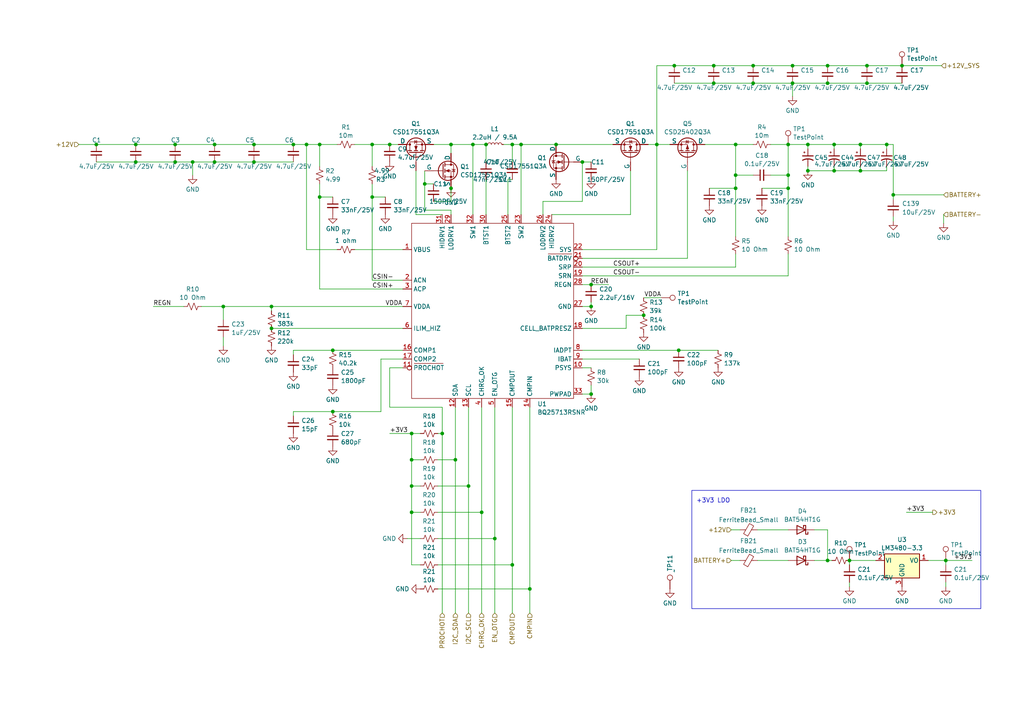
<source format=kicad_sch>
(kicad_sch (version 20230121) (generator eeschema)
  (paper "A4")
  (junction (at 171.45 114.3))
  (junction (at 88.9 41.91))
  (junction (at 92.71 57.15))
  (junction (at 207.01 24.13))
  (junction (at 62.23 41.91))
  (junction (at 96.52 101.6))
  (junction (at 213.36 50.8))
  (junction (at 195.58 19.05))
  (junction (at 213.36 41.91))
  (junction (at 196.85 101.6))
  (junction (at 241.935 41.91))
  (junction (at 218.44 24.13))
  (junction (at 229.87 24.13))
  (junction (at 259.08 56.515))
  (junction (at 128.27 125.73))
  (junction (at 234.315 41.91))
  (junction (at 78.74 88.9))
  (junction (at 153.67 170.815))
  (junction (at 228.6 54.61))
  (junction (at 132.08 133.35))
  (junction (at 186.69 91.44))
  (junction (at 148.59 41.91))
  (junction (at 50.8 41.91))
  (junction (at 119.38 133.35))
  (junction (at 73.66 41.91))
  (junction (at 257.175 41.91))
  (junction (at 119.38 140.97))
  (junction (at 137.16 41.91))
  (junction (at 274.32 162.56))
  (junction (at 64.77 88.9))
  (junction (at 130.81 54.61))
  (junction (at 171.45 88.9))
  (junction (at 39.37 46.99))
  (junction (at 246.38 162.56))
  (junction (at 148.59 163.83))
  (junction (at 39.37 41.91))
  (junction (at 55.88 46.99))
  (junction (at 123.19 53.34))
  (junction (at 143.51 156.21))
  (junction (at 151.13 41.91))
  (junction (at 251.46 19.05))
  (junction (at 119.38 125.73))
  (junction (at 113.03 41.91))
  (junction (at 249.555 49.53))
  (junction (at 50.8 46.99))
  (junction (at 240.03 162.56))
  (junction (at 240.03 24.13))
  (junction (at 190.5 41.91))
  (junction (at 107.95 57.15))
  (junction (at 130.81 41.91))
  (junction (at 168.91 46.99))
  (junction (at 139.7 148.59))
  (junction (at 261.62 19.05))
  (junction (at 241.935 49.53))
  (junction (at 249.555 41.91))
  (junction (at 92.71 41.91))
  (junction (at 140.97 41.91))
  (junction (at 229.87 19.05))
  (junction (at 228.6 41.91))
  (junction (at 234.315 49.53))
  (junction (at 251.46 24.13))
  (junction (at 171.45 82.55))
  (junction (at 119.38 148.59))
  (junction (at 107.95 41.91))
  (junction (at 218.44 19.05))
  (junction (at 161.29 41.91))
  (junction (at 240.03 19.05))
  (junction (at 228.6 50.8))
  (junction (at 78.74 95.25))
  (junction (at 62.23 46.99))
  (junction (at 135.89 140.97))
  (junction (at 96.52 119.38))
  (junction (at 27.94 41.91))
  (junction (at 213.36 54.61))
  (junction (at 207.01 19.05))
  (junction (at 85.09 41.91))
  (junction (at 73.66 46.99))
  (wire (pts (xy 107.95 53.34) (xy 107.95 57.15)))
  (wire (pts (xy 92.71 57.15) (xy 92.71 83.82)))
  (wire (pts (xy 249.555 49.53) (xy 257.175 49.53)))
  (wire (pts (xy 168.91 46.99) (xy 171.45 46.99)))
  (wire (pts (xy 190.5 41.91) (xy 190.5 72.39)))
  (wire (pts (xy 143.51 118.11) (xy 143.51 156.21)))
  (wire (pts (xy 190.5 72.39) (xy 168.91 72.39)))
  (wire (pts (xy 64.77 88.9) (xy 78.74 88.9)))
  (wire (pts (xy 127 163.83) (xy 148.59 163.83)))
  (wire (pts (xy 39.37 46.99) (xy 50.8 46.99)))
  (wire (pts (xy 127 133.35) (xy 132.08 133.35)))
  (wire (pts (xy 240.03 24.13) (xy 251.46 24.13)))
  (wire (pts (xy 228.6 73.66) (xy 228.6 80.01)))
  (wire (pts (xy 207.01 19.05) (xy 218.44 19.05)))
  (wire (pts (xy 107.95 57.15) (xy 107.95 81.28)))
  (wire (pts (xy 213.36 41.91) (xy 213.36 50.8)))
  (wire (pts (xy 220.98 54.61) (xy 228.6 54.61)))
  (wire (pts (xy 229.87 24.13) (xy 240.03 24.13)))
  (wire (pts (xy 132.08 118.11) (xy 132.08 133.35)))
  (wire (pts (xy 262.89 148.59) (xy 270.51 148.59)))
  (wire (pts (xy 62.23 41.91) (xy 73.66 41.91)))
  (wire (pts (xy 111.76 57.15) (xy 107.95 57.15)))
  (wire (pts (xy 92.71 53.34) (xy 92.71 57.15)))
  (wire (pts (xy 190.5 19.05) (xy 195.58 19.05)))
  (wire (pts (xy 234.315 43.18) (xy 234.315 41.91)))
  (wire (pts (xy 236.22 153.67) (xy 240.03 153.67)))
  (wire (pts (xy 171.45 82.55) (xy 176.53 82.55)))
  (wire (pts (xy 119.38 148.59) (xy 119.38 163.83)))
  (wire (pts (xy 241.935 41.91) (xy 241.935 43.18)))
  (wire (pts (xy 125.73 58.42) (xy 130.81 58.42)))
  (wire (pts (xy 130.81 41.91) (xy 130.81 44.45)))
  (wire (pts (xy 257.175 49.53) (xy 257.175 48.26)))
  (wire (pts (xy 168.91 95.25) (xy 181.61 95.25)))
  (wire (pts (xy 113.03 106.68) (xy 116.84 106.68)))
  (wire (pts (xy 168.91 82.55) (xy 171.45 82.55)))
  (wire (pts (xy 119.38 140.97) (xy 121.92 140.97)))
  (wire (pts (xy 246.38 168.91) (xy 246.38 170.18)))
  (wire (pts (xy 85.09 119.38) (xy 96.52 119.38)))
  (wire (pts (xy 148.59 41.91) (xy 151.13 41.91)))
  (wire (pts (xy 123.19 53.34) (xy 125.73 53.34)))
  (wire (pts (xy 207.01 24.13) (xy 218.44 24.13)))
  (wire (pts (xy 123.19 60.96) (xy 130.81 60.96)))
  (wire (pts (xy 128.27 118.11) (xy 128.27 125.73)))
  (wire (pts (xy 55.88 46.99) (xy 62.23 46.99)))
  (wire (pts (xy 143.51 156.21) (xy 143.51 177.8)))
  (wire (pts (xy 249.555 41.91) (xy 249.555 43.18)))
  (wire (pts (xy 88.9 41.91) (xy 88.9 72.39)))
  (wire (pts (xy 249.555 41.91) (xy 257.175 41.91)))
  (wire (pts (xy 213.36 54.61) (xy 213.36 68.58)))
  (wire (pts (xy 168.91 101.6) (xy 196.85 101.6)))
  (wire (pts (xy 130.81 41.91) (xy 137.16 41.91)))
  (wire (pts (xy 119.38 148.59) (xy 121.92 148.59)))
  (wire (pts (xy 223.52 50.8) (xy 228.6 50.8)))
  (wire (pts (xy 127 156.21) (xy 143.51 156.21)))
  (wire (pts (xy 73.66 46.99) (xy 85.09 46.99)))
  (wire (pts (xy 140.97 41.91) (xy 140.97 46.99)))
  (wire (pts (xy 259.08 56.515) (xy 259.08 41.91)))
  (wire (pts (xy 241.935 49.53) (xy 234.315 49.53)))
  (wire (pts (xy 118.11 156.21) (xy 121.92 156.21)))
  (wire (pts (xy 119.38 125.73) (xy 119.38 133.35)))
  (wire (pts (xy 121.92 125.73) (xy 119.38 125.73)))
  (wire (pts (xy 234.315 49.53) (xy 234.315 48.26)))
  (wire (pts (xy 259.08 57.785) (xy 259.08 56.515)))
  (wire (pts (xy 213.36 50.8) (xy 218.44 50.8)))
  (wire (pts (xy 228.6 68.58) (xy 228.6 54.61)))
  (wire (pts (xy 181.61 95.25) (xy 181.61 91.44)))
  (wire (pts (xy 85.09 41.91) (xy 88.9 41.91)))
  (wire (pts (xy 107.95 81.28) (xy 116.84 81.28)))
  (wire (pts (xy 123.19 53.34) (xy 123.19 60.96)))
  (wire (pts (xy 137.16 41.91) (xy 140.97 41.91)))
  (wire (pts (xy 168.91 104.14) (xy 185.42 104.14)))
  (wire (pts (xy 241.935 48.26) (xy 241.935 49.53)))
  (wire (pts (xy 147.32 62.23) (xy 147.32 52.07)))
  (wire (pts (xy 85.09 101.6) (xy 85.09 102.87)))
  (wire (pts (xy 146.05 41.91) (xy 148.59 41.91)))
  (wire (pts (xy 228.6 50.8) (xy 228.6 41.91)))
  (wire (pts (xy 160.02 62.23) (xy 182.88 62.23)))
  (wire (pts (xy 50.8 41.91) (xy 62.23 41.91)))
  (wire (pts (xy 196.85 101.6) (xy 208.28 101.6)))
  (wire (pts (xy 151.13 41.91) (xy 161.29 41.91)))
  (wire (pts (xy 78.74 90.17) (xy 78.74 88.9)))
  (wire (pts (xy 78.74 88.9) (xy 116.84 88.9)))
  (wire (pts (xy 116.84 104.14) (xy 110.49 104.14)))
  (wire (pts (xy 62.23 46.99) (xy 73.66 46.99)))
  (wire (pts (xy 22.86 41.91) (xy 27.94 41.91)))
  (wire (pts (xy 234.315 41.91) (xy 241.935 41.91)))
  (wire (pts (xy 168.91 114.3) (xy 171.45 114.3)))
  (wire (pts (xy 113.03 125.73) (xy 119.38 125.73)))
  (wire (pts (xy 107.95 41.91) (xy 113.03 41.91)))
  (wire (pts (xy 151.13 41.91) (xy 151.13 62.23)))
  (wire (pts (xy 121.92 163.83) (xy 119.38 163.83)))
  (wire (pts (xy 130.81 60.96) (xy 130.81 62.23)))
  (wire (pts (xy 187.96 41.91) (xy 190.5 41.91)))
  (wire (pts (xy 64.77 100.33) (xy 64.77 97.79)))
  (wire (pts (xy 148.59 41.91) (xy 148.59 46.99)))
  (wire (pts (xy 128.27 125.73) (xy 128.27 177.8)))
  (wire (pts (xy 171.45 88.9) (xy 171.45 87.63)))
  (wire (pts (xy 168.91 58.42) (xy 168.91 46.99)))
  (wire (pts (xy 64.77 92.71) (xy 64.77 88.9)))
  (wire (pts (xy 229.87 19.05) (xy 240.03 19.05)))
  (wire (pts (xy 213.36 50.8) (xy 213.36 54.61)))
  (wire (pts (xy 168.91 80.01) (xy 228.6 80.01)))
  (wire (pts (xy 168.91 74.93) (xy 199.39 74.93)))
  (wire (pts (xy 236.22 162.56) (xy 240.03 162.56)))
  (wire (pts (xy 259.08 41.91) (xy 257.175 41.91)))
  (wire (pts (xy 27.94 41.91) (xy 39.37 41.91)))
  (wire (pts (xy 190.5 41.91) (xy 194.31 41.91)))
  (wire (pts (xy 140.97 52.07) (xy 140.97 62.23)))
  (wire (pts (xy 218.44 19.05) (xy 229.87 19.05)))
  (wire (pts (xy 195.58 19.05) (xy 207.01 19.05)))
  (wire (pts (xy 107.95 41.91) (xy 102.87 41.91)))
  (wire (pts (xy 113.03 41.91) (xy 115.57 41.91)))
  (wire (pts (xy 113.03 118.11) (xy 128.27 118.11)))
  (wire (pts (xy 92.71 41.91) (xy 92.71 48.26)))
  (wire (pts (xy 139.7 118.11) (xy 139.7 148.59)))
  (wire (pts (xy 228.6 41.91) (xy 234.315 41.91)))
  (wire (pts (xy 110.49 119.38) (xy 96.52 119.38)))
  (wire (pts (xy 213.36 77.47) (xy 168.91 77.47)))
  (wire (pts (xy 85.09 101.6) (xy 96.52 101.6)))
  (wire (pts (xy 132.08 133.35) (xy 132.08 177.8)))
  (wire (pts (xy 137.16 41.91) (xy 137.16 62.23)))
  (wire (pts (xy 127 148.59) (xy 139.7 148.59)))
  (wire (pts (xy 274.32 162.56) (xy 281.94 162.56)))
  (wire (pts (xy 246.38 162.56) (xy 254 162.56)))
  (wire (pts (xy 50.8 46.99) (xy 55.88 46.99)))
  (wire (pts (xy 119.38 148.59) (xy 119.38 140.97)))
  (wire (pts (xy 251.46 19.05) (xy 261.62 19.05)))
  (wire (pts (xy 218.44 24.13) (xy 229.87 24.13)))
  (wire (pts (xy 229.87 24.13) (xy 229.87 27.94)))
  (wire (pts (xy 223.52 41.91) (xy 228.6 41.91)))
  (wire (pts (xy 27.94 46.99) (xy 39.37 46.99)))
  (wire (pts (xy 219.71 153.67) (xy 228.6 153.67)))
  (wire (pts (xy 127 170.815) (xy 153.67 170.815)))
  (wire (pts (xy 199.39 74.93) (xy 199.39 49.53)))
  (wire (pts (xy 257.175 41.91) (xy 257.175 43.18)))
  (wire (pts (xy 219.71 162.56) (xy 228.6 162.56)))
  (wire (pts (xy 259.08 56.515) (xy 273.685 56.515)))
  (wire (pts (xy 119.38 133.35) (xy 121.92 133.35)))
  (wire (pts (xy 125.73 41.91) (xy 130.81 41.91)))
  (wire (pts (xy 213.36 73.66) (xy 213.36 77.47)))
  (wire (pts (xy 171.45 114.3) (xy 171.45 111.76)))
  (wire (pts (xy 73.66 41.91) (xy 85.09 41.91)))
  (wire (pts (xy 168.91 106.68) (xy 171.45 106.68)))
  (wire (pts (xy 88.9 41.91) (xy 92.71 41.91)))
  (wire (pts (xy 195.58 24.13) (xy 207.01 24.13)))
  (wire (pts (xy 39.37 41.91) (xy 50.8 41.91)))
  (wire (pts (xy 240.03 162.56) (xy 241.3 162.56)))
  (wire (pts (xy 261.62 19.05) (xy 273.05 19.05)))
  (wire (pts (xy 120.65 62.23) (xy 120.65 49.53)))
  (wire (pts (xy 251.46 24.13) (xy 261.62 24.13)))
  (wire (pts (xy 212.09 153.67) (xy 214.63 153.67)))
  (wire (pts (xy 161.29 41.91) (xy 177.8 41.91)))
  (wire (pts (xy 147.32 52.07) (xy 148.59 52.07)))
  (wire (pts (xy 96.52 101.6) (xy 116.84 101.6)))
  (wire (pts (xy 123.19 49.53) (xy 123.19 53.34)))
  (wire (pts (xy 213.36 41.91) (xy 218.44 41.91)))
  (wire (pts (xy 127 140.97) (xy 135.89 140.97)))
  (wire (pts (xy 148.59 118.11) (xy 148.59 163.83)))
  (wire (pts (xy 273.685 62.23) (xy 273.685 64.77)))
  (wire (pts (xy 204.47 41.91) (xy 213.36 41.91)))
  (wire (pts (xy 85.09 119.38) (xy 85.09 120.65)))
  (wire (pts (xy 44.45 88.9) (xy 53.34 88.9)))
  (wire (pts (xy 96.52 57.15) (xy 92.71 57.15)))
  (wire (pts (xy 110.49 104.14) (xy 110.49 119.38)))
  (wire (pts (xy 274.32 168.91) (xy 274.32 170.18)))
  (wire (pts (xy 128.27 62.23) (xy 120.65 62.23)))
  (wire (pts (xy 212.09 162.56) (xy 214.63 162.56)))
  (wire (pts (xy 157.48 62.23) (xy 157.48 58.42)))
  (wire (pts (xy 249.555 49.53) (xy 249.555 48.26)))
  (wire (pts (xy 119.38 140.97) (xy 119.38 133.35)))
  (wire (pts (xy 153.67 170.815) (xy 153.67 177.8)))
  (wire (pts (xy 102.87 72.39) (xy 116.84 72.39)))
  (wire (pts (xy 92.71 41.91) (xy 97.79 41.91)))
  (wire (pts (xy 168.91 88.9) (xy 171.45 88.9)))
  (wire (pts (xy 153.67 118.11) (xy 153.67 170.815)))
  (wire (pts (xy 135.89 118.11) (xy 135.89 140.97)))
  (wire (pts (xy 241.935 41.91) (xy 249.555 41.91)))
  (wire (pts (xy 135.89 140.97) (xy 135.89 177.8)))
  (wire (pts (xy 64.77 88.9) (xy 58.42 88.9)))
  (wire (pts (xy 157.48 58.42) (xy 168.91 58.42)))
  (wire (pts (xy 92.71 83.82) (xy 116.84 83.82)))
  (wire (pts (xy 128.27 125.73) (xy 127 125.73)))
  (wire (pts (xy 246.38 162.56) (xy 246.38 163.83)))
  (wire (pts (xy 274.32 162.56) (xy 274.32 163.83)))
  (wire (pts (xy 228.6 50.8) (xy 228.6 54.61)))
  (wire (pts (xy 190.5 19.05) (xy 190.5 41.91)))
  (wire (pts (xy 213.36 54.61) (xy 205.74 54.61)))
  (wire (pts (xy 130.81 58.42) (xy 130.81 54.61)))
  (wire (pts (xy 191.77 86.36) (xy 186.69 86.36)))
  (wire (pts (xy 78.74 95.25) (xy 116.84 95.25)))
  (wire (pts (xy 241.935 49.53) (xy 249.555 49.53)))
  (wire (pts (xy 182.88 62.23) (xy 182.88 49.53)))
  (wire (pts (xy 269.24 162.56) (xy 274.32 162.56)))
  (wire (pts (xy 107.95 48.26) (xy 107.95 41.91)))
  (wire (pts (xy 88.9 72.39) (xy 97.79 72.39)))
  (wire (pts (xy 55.88 50.8) (xy 55.88 46.99)))
  (wire (pts (xy 113.03 106.68) (xy 113.03 118.11)))
  (wire (pts (xy 148.59 163.83) (xy 148.59 177.8)))
  (wire (pts (xy 240.03 153.67) (xy 240.03 162.56)))
  (wire (pts (xy 259.08 64.135) (xy 259.08 62.865)))
  (wire (pts (xy 139.7 148.59) (xy 139.7 177.8)))
  (wire (pts (xy 240.03 19.05) (xy 251.46 19.05)))
  (wire (pts (xy 181.61 91.44) (xy 186.69 91.44)))
  (rectangle (start 200.66 142.24) (end 284.48 176.53))
  (text "+3V3 LDO" (at 201.93 146.05 0) (effects (font (size 1.27 1.27)) (justify left bottom)))
  (label "+3V3" (at 113.03 125.73 0))
  (label "VDDA" (at 111.76 88.9 0))
  (label "CSIN+" (at 107.95 83.82 0))
  (label "VDDA" (at 191.77 86.36 180))
  (label "CSIN-" (at 107.95 81.28 0))
  (label "+3V3" (at 281.94 162.56 180))
  (label "CSOUT+" (at 177.8 77.47 0))
  (label "CSOUT-" (at 177.8 80.01 0))
  (label "+3V3" (at 262.89 148.59 0))
  (label "REGN" (at 176.53 82.55 180))
  (label "REGN" (at 44.45 88.9 0))
  (hierarchical_label "I2C_SCL" (shape input) (at 135.89 177.8 270))
  (hierarchical_label "BATTERY+" (shape input) (at 212.09 162.56 180))
  (hierarchical_label "+12V_SYS" (shape input) (at 273.05 19.05 0))
  (hierarchical_label "EN_OTG" (shape input) (at 143.51 177.8 270))
  (hierarchical_label "BATTERY-" (shape input) (at 273.685 62.23 0))
  (hierarchical_label "BATTERY+" (shape input) (at 273.685 56.515 0))
  (hierarchical_label "+3V3" (shape output) (at 270.51 148.59 0))
  (hierarchical_label "I2C_SDA" (shape input) (at 132.08 177.8 270))
  (hierarchical_label "CHRG_OK" (shape input) (at 139.7 177.8 270))
  (hierarchical_label "+12V" (shape input) (at 212.09 153.67 180))
  (hierarchical_label "CMPIN" (shape input) (at 153.67 177.8 270))
  (hierarchical_label "PROCHOT" (shape input) (at 128.27 177.8 270))
  (hierarchical_label "CMPOUT" (shape input) (at 148.59 177.8 270))
  (hierarchical_label "+12V" (shape input) (at 22.86 41.91 180))
  (symbol (lib_id "Device:C_Small") (at 62.23 44.45 0) (unit 1)
    (property "Reference" "C4" (at 59.69 40.64 0) (effects (justify left)))
    (property "Value" "4.7uF/25V" (at 57.15 48.26 0) (effects (justify left)))
    (property "Footprint" "Capacitor_SMD:C_0402_1005Metric" (effects hide))
    (instances (project "expansao_bateria_rev1.1" (path "" (reference "C4") (unit 1)) (path "" (reference "C10") (unit 1))))
  )
  (symbol (lib_id "Device:C_Small") (at 246.38 166.37 0) (unit 1)
    (property "Reference" "C21" (at 248.7041 165.1642 0) (effects (justify left)))
    (property "Value" "0.1uF/25V" (at 248.7041 167.5884 0) (effects (justify left)))
    (property "Footprint" "Capacitor_SMD:C_0402_1005Metric" (effects hide))
    (instances (project "expansao_bateria_rev1.1" (path "" (reference "C21") (unit 1)) (path "" (reference "C40") (unit 1))))
  )
  (symbol (lib_id "power:GND") (at 96.52 111.76 0) (unit 1)
    (property "Reference" "#PWR019" (effects hide))
    (property "Value" "GND" (at 96.52 115.8931 0))
  )
  (symbol (lib_id "device:C_Small") (at 259.08 60.325 180) (unit 1)
    (property "Reference" "C139" (at 261.62 59.0485 0) (effects (justify right)))
    (property "Value" "10uF/25V" (at 261.62 61.5885 0) (effects (justify right)))
    (property "Footprint" "Capacitor_SMD:C_1206_3216Metric" (effects hide))
    (property "LCSC Part" "C14860" (effects hide))
    (instances (project "camaleao_rev8" (path "" (reference "C139") (unit 1))) (project "expansao_bateria_rev1.1" (path "" (reference "C139") (unit 1)) (path "" (reference "C46") (unit 1))) (project "camaleao_power_management" (path "" (reference "C139") (unit 1))))
  )
  (symbol (lib_id "Device:C_Small") (at 261.62 21.59 0) (unit 1)
    (property "Reference" "C17" (at 263.9441 20.3842 0) (effects (justify left)))
    (property "Value" "4.7uF/25V" (at 259.08 25.4 0) (effects (justify left)))
    (property "Footprint" "Capacitor_SMD:C_0402_1005Metric" (effects hide))
    (instances (project "expansao_bateria_rev1.1" (path "" (reference "C17") (unit 1)) (path "" (reference "C39") (unit 1))))
  )
  (symbol (lib_id "power:GND") (at 55.88 50.8 0) (unit 1)
    (property "Reference" "#PWR01" (effects hide))
    (property "Value" "GND" (at 55.88 54.9331 0))
    (instances (project "expansao_bateria_rev1.1" (path "" (reference "#PWR01") (unit 1)) (path "" (reference "#PWR02") (unit 1))))
  )
  (symbol (lib_id "power:GND") (at 85.09 125.73 0) (unit 1)
    (property "Reference" "#PWR020" (effects hide))
    (property "Value" "GND" (at 85.09 129.8631 0))
    (instances (project "expansao_bateria_rev1.1" (path "" (reference "#PWR020") (unit 1)) (path "" (reference "#PWR021") (unit 1))))
  )
  (symbol (lib_id "Device:R_Small_US") (at 124.46 148.59 270) (unit 1)
    (property "Reference" "R20" (at 124.46 143.5567 90))
    (property "Value" "10k" (at 124.46 145.9809 90))
    (property "Footprint" "Resistor_SMD:R_0402_1005Metric" (effects hide))
  )
  (symbol (lib_id "power:GND") (at 194.31 170.815 0) (unit 1)
    (property "Reference" "#PWR016" (effects hide))
    (property "Value" "GND" (at 194.31 174.9481 0))
    (instances (project "expansao_bateria_rev1.1" (path "" (reference "#PWR016") (unit 1)) (path "" (reference "#PWR035") (unit 1))))
  )
  (symbol (lib_id "Device:C_Small") (at 96.52 109.22 0) (unit 1)
    (property "Reference" "C25" (at 98.8441 108.0142 0) (effects (justify left)))
    (property "Value" "1800pF" (at 98.8441 110.4384 0) (effects (justify left)))
    (property "Footprint" "Capacitor_SMD:C_0402_1005Metric" (effects hide))
  )
  (symbol (lib_id "Device:R_Small_US") (at 213.36 71.12 180) (unit 1)
    (property "Reference" "R5" (at 215.011 69.9079 0) (effects (justify right)))
    (property "Value" "10 Ohm" (at 215.011 72.3321 0) (effects (justify right)))
    (property "Footprint" "Resistor_SMD:R_0402_1005Metric" (effects hide))
  )
  (symbol (lib_id "Device:C_Small") (at 50.8 44.45 0) (unit 1)
    (property "Reference" "C3" (at 49.53 40.64 0) (effects (justify left)))
    (property "Value" "4.7uF/25V" (at 45.72 48.26 0) (effects (justify left)))
    (property "Footprint" "Capacitor_SMD:C_0402_1005Metric" (effects hide))
    (instances (project "expansao_bateria_rev1.1" (path "" (reference "C3") (unit 1)) (path "" (reference "C9") (unit 1))))
  )
  (symbol (lib_id "power:GND") (at 118.11 156.21 270) (unit 1)
    (property "Reference" "#PWR050" (effects hide))
    (property "Value" "GND" (at 114.9351 156.21 90) (effects (justify right)))
  )
  (symbol (lib_id "power:GND") (at 196.85 106.68 0) (unit 1)
    (property "Reference" "#PWR013" (effects hide))
    (property "Value" "GND" (at 196.85 110.8131 0))
    (instances (project "expansao_bateria_rev1.1" (path "" (reference "#PWR013") (unit 1)) (path "" (reference "#PWR015") (unit 1))))
  )
  (symbol (lib_id "Device:C_Small") (at 73.66 44.45 0) (unit 1)
    (property "Reference" "C5" (at 71.12 40.64 0) (effects (justify left)))
    (property "Value" "4.7uF/25V" (at 68.58 48.26 0) (effects (justify left)))
    (property "Footprint" "Capacitor_SMD:C_0402_1005Metric" (effects hide))
    (instances (project "expansao_bateria_rev1.1" (path "" (reference "C5") (unit 1)) (path "" (reference "C11") (unit 1))))
  )
  (symbol (lib_id "power:GND") (at 85.09 107.95 0) (unit 1)
    (property "Reference" "#PWR018" (effects hide))
    (property "Value" "GND" (at 85.09 112.0831 0))
    (instances (project "expansao_bateria_rev1.1" (path "" (reference "#PWR018") (unit 1)) (path "" (reference "#PWR017") (unit 1))))
  )
  (symbol (lib_id "power:GND") (at 259.08 64.135 0) (unit 1)
    (property "Reference" "#PWR022" (effects hide))
    (property "Value" "GND" (at 259.08 68.2681 0))
    (instances (project "expansao_bateria_rev1.1" (path "" (reference "#PWR022") (unit 1)) (path "" (reference "#PWR038") (unit 1))))
  )
  (symbol (lib_id "power:GND") (at 64.77 100.33 0) (unit 1)
    (property "Reference" "#PWR016" (effects hide))
    (property "Value" "GND" (at 64.77 104.4631 0))
    (instances (project "expansao_bateria_rev1.1" (path "" (reference "#PWR016") (unit 1)) (path "" (reference "#PWR013") (unit 1))))
  )
  (symbol (lib_id "Device:R_Small_US") (at 171.45 109.22 0) (unit 1)
    (property "Reference" "R8" (at 173.101 108.0079 0) (effects (justify left)))
    (property "Value" "30k" (at 173.101 110.4321 0) (effects (justify left)))
    (property "Footprint" "Resistor_SMD:R_0402_1005Metric" (effects hide))
    (instances (project "expansao_bateria_rev1.1" (path "" (reference "R8") (unit 1)) (path "" (reference "R16") (unit 1))))
  )
  (symbol (lib_id "power:GND") (at 96.52 62.23 0) (unit 1)
    (property "Reference" "#PWR02" (effects hide))
    (property "Value" "GND" (at 96.52 66.3631 0))
    (instances (project "expansao_bateria_rev1.1" (path "" (reference "#PWR02") (unit 1)) (path "" (reference "#PWR07") (unit 1))))
  )
  (symbol (lib_id "Device:C_Small") (at 205.74 57.15 0) (unit 1)
    (property "Reference" "C18" (at 208.0641 55.9442 0) (effects (justify left)))
    (property "Value" "33nF/25V" (at 208.0641 58.3684 0) (effects (justify left)))
    (property "Footprint" "Capacitor_SMD:C_0402_1005Metric" (effects hide))
  )
  (symbol (lib_id "Device:R_Small_US") (at 124.46 170.815 270) (unit 1)
    (property "Reference" "R21" (at 124.46 165.7817 90))
    (property "Value" "10k" (at 124.46 168.2059 90))
    (property "Footprint" "Resistor_SMD:R_0402_1005Metric" (effects hide))
    (instances (project "expansao_bateria_rev1.1" (path "" (reference "R21") (unit 1)) (path "" (reference "R29") (unit 1))))
  )
  (symbol (lib_id "Device:C_Small") (at 148.59 49.53 180) (unit 1)
    (property "Reference" "C11" (at 148.59 52.07 0) (effects (justify left)))
    (property "Value" "47nF/25V" (at 149.86 46.99 0) (effects (justify left)))
    (property "Footprint" "Capacitor_SMD:C_0402_1005Metric" (effects hide))
    (instances (project "expansao_bateria_rev1.1" (path "" (reference "C11") (unit 1)) (path "" (reference "C15") (unit 1))))
  )
  (symbol (lib_id "Device:D_Schottky") (at 232.41 153.67 180) (unit 1)
    (property "Reference" "D4" (at 232.7275 148.2557 0))
    (property "Value" "BAT54HT1G" (at 232.7275 150.6799 0))
    (property "Footprint" "Diode_SMD:D_SOD-323" (effects hide))
  )
  (symbol (lib_id "Device:C_Small") (at 171.45 85.09 0) (unit 1)
    (property "Reference" "C20" (at 173.7741 83.8842 0) (effects (justify left)))
    (property "Value" "2.2uF/16V" (at 173.7741 86.3084 0) (effects (justify left)))
    (property "Footprint" "Capacitor_SMD:C_0402_1005Metric" (effects hide))
  )
  (symbol (lib_id "Device:FerriteBead_Small") (at 217.17 162.56 90) (unit 1)
    (property "Reference" "FB21" (at 217.1319 156.8917 90))
    (property "Value" "FerriteBead_Small" (at 217.1319 159.6668 90))
    (property "Footprint" "Inductor_SMD:L_0603_1608Metric" (effects hide))
    (property "Datasheet" "https://datasheet.lcsc.com/lcsc/1912111437_FH-Guangdong-Fenghua-Advanced-Tech-CBM160808U000T_C394410.pdf" (effects hide))
    (property "Field4" "C394410" (effects hide))
    (instances (project "camaleao_rev8" (path "" (reference "FB21") (unit 1))) (project "expansao_bateria_rev1.1" (path "" (reference "FB21") (unit 1)) (path "" (reference "FB1") (unit 1))) (project "camaleao_power_management" (path "" (reference "FB21") (unit 1))))
  )
  (symbol (lib_id "power:GND") (at 261.62 170.18 0) (unit 1)
    (property "Reference" "#PWR012" (effects hide))
    (property "Value" "GND" (at 261.62 174.3131 0))
    (instances (project "expansao_bateria_rev1.1" (path "" (reference "#PWR012") (unit 1)) (path "" (reference "#PWR039") (unit 1))))
  )
  (symbol (lib_id "power:GND") (at 130.81 54.61 0) (unit 1)
    (property "Reference" "#PWR05" (effects hide))
    (property "Value" "GND" (at 130.81 58.7431 0))
    (instances (project "expansao_bateria_rev1.1" (path "" (reference "#PWR05") (unit 1)) (path "" (reference "#PWR06") (unit 1))))
  )
  (symbol (lib_id "Connector:TestPoint") (at 274.32 162.56 0) (unit 1)
    (property "Reference" "TP1" (at 275.717 158.0459 0) (effects (justify left)))
    (property "Value" "TestPoint" (at 275.717 160.4701 0) (effects (justify left)))
    (property "Footprint" "TestPoint:TestPoint_Pad_D1.0mm" (effects hide))
    (instances (project "expansao_bateria_rev1.1" (path "" (reference "TP1") (unit 1)) (path "" (reference "TP6") (unit 1))))
  )
  (symbol (lib_id "Device:R_Small_US") (at 243.84 162.56 90) (unit 1)
    (property "Reference" "R10" (at 243.84 157.5267 90))
    (property "Value" "10 Ohm" (at 243.84 159.9509 90))
    (property "Footprint" "Resistor_SMD:R_0402_1005Metric" (effects hide))
    (instances (project "expansao_bateria_rev1.1" (path "" (reference "R10") (unit 1)) (path "" (reference "R30") (unit 1))))
  )
  (symbol (lib_id "Connector:TestPoint") (at 191.77 86.36 270) (unit 1)
    (property "Reference" "TP1" (at 196.469 85.1479 90) (effects (justify left)))
    (property "Value" "TestPoint" (at 196.469 87.5721 90) (effects (justify left)))
    (property "Footprint" "TestPoint:TestPoint_Pad_D1.0mm" (effects hide))
    (instances (project "expansao_bateria_rev1.1" (path "" (reference "TP1") (unit 1)) (path "" (reference "TP9") (unit 1))))
  )
  (symbol (lib_id "Device:R_Small_US") (at 78.74 97.79 180) (unit 1)
    (property "Reference" "R12" (at 80.391 96.5779 0) (effects (justify right)))
    (property "Value" "220k" (at 80.391 99.0021 0) (effects (justify right)))
    (property "Footprint" "Resistor_SMD:R_0402_1005Metric" (effects hide))
  )
  (symbol (lib_id "Device:C_Polarized_Small_US") (at 234.315 45.72 0) (unit 1)
    (property "Reference" "C45" (at 236.22 45.72 0) (effects (justify left)))
    (property "Value" "4.7uF/25V" (at 236.22 47.625 0) (effects (justify left)))
    (property "Footprint" "Capacitor_SMD:C_1206_3216Metric" (effects hide))
    (property "LCSC Part" "C706802" (effects hide))
  )
  (symbol (lib_id "Device:C_Small") (at 196.85 104.14 0) (unit 1)
    (property "Reference" "C22" (at 199.1741 102.9342 0) (effects (justify left)))
    (property "Value" "100pF" (at 199.1741 105.3584 0) (effects (justify left)))
    (property "Footprint" "Capacitor_SMD:C_0402_1005Metric" (effects hide))
  )
  (symbol (lib_id "Device:C_Small") (at 251.46 21.59 0) (unit 1)
    (property "Reference" "C17" (at 253.7841 20.3842 0) (effects (justify left)))
    (property "Value" "4.7uF/25V" (at 247.65 25.4 0) (effects (justify left)))
    (property "Footprint" "Capacitor_SMD:C_0402_1005Metric" (effects hide))
    (instances (project "expansao_bateria_rev1.1" (path "" (reference "C17") (unit 1)) (path "" (reference "C6") (unit 1))))
  )
  (symbol (lib_id "power:GND") (at 246.38 170.18 0) (unit 1)
    (property "Reference" "#PWR012" (effects hide))
    (property "Value" "GND" (at 246.38 174.3131 0))
    (instances (project "expansao_bateria_rev1.1" (path "" (reference "#PWR012") (unit 1)) (path "" (reference "#PWR041") (unit 1))))
  )
  (symbol (lib_name "NMOS_2") (lib_id "Simulation_SPICE:NMOS") (at 128.27 49.53 0) (unit 1)
    (property "Reference" "Q1" (at 133.477 48.3179 0) (effects (justify left)))
    (property "Value" "CSD17551Q3A" (at 133.477 50.7421 0) (effects (justify left)))
    (property "Footprint" "Package_SON:DNH0008A" (effects hide))
    (property "Datasheet" "https://ngspice.sourceforge.io/docs/ngspice-manual.pdf" (effects hide))
    (property "Sim.Device" "NMOS" (effects hide))
    (property "Sim.Type" "VDMOS" (effects hide))
    (property "Sim.Pins" "1=S 2=S 3=S 4=G 5=D 6=D 7=D 8=D" (effects hide))
    (instances (project "expansao_bateria_rev1.1" (path "" (reference "Q1") (unit 1)) (path "" (reference "Q5") (unit 1))))
  )
  (symbol (lib_id "power:GND") (at 274.32 170.18 0) (unit 1)
    (property "Reference" "#PWR012" (effects hide))
    (property "Value" "GND" (at 274.32 174.3131 0))
    (instances (project "expansao_bateria_rev1.1" (path "" (reference "#PWR012") (unit 1)) (path "" (reference "#PWR040") (unit 1))))
  )
  (symbol (lib_id "Device:R_Small_US") (at 228.6 71.12 0) (unit 1)
    (property "Reference" "R6" (at 230.251 69.9079 0) (effects (justify left)))
    (property "Value" "10 Ohm" (at 230.251 72.3321 0) (effects (justify left)))
    (property "Footprint" "Resistor_SMD:R_0402_1005Metric" (effects hide))
  )
  (symbol (lib_id "power:GND") (at 161.29 52.07 0) (unit 1)
    (property "Reference" "#PWR06" (effects hide))
    (property "Value" "GND" (at 161.29 56.2031 0))
    (instances (project "expansao_bateria_rev1.1" (path "" (reference "#PWR06") (unit 1)) (path "" (reference "#PWR05") (unit 1))))
  )
  (symbol (lib_id "power:GND") (at 78.74 100.33 0) (unit 1)
    (property "Reference" "#PWR015" (effects hide))
    (property "Value" "GND" (at 78.74 104.4631 0))
    (instances (project "expansao_bateria_rev1.1" (path "" (reference "#PWR015") (unit 1)) (path "" (reference "#PWR014") (unit 1))))
  )
  (symbol (lib_id "power:GND") (at 171.45 114.3 0) (unit 1)
    (property "Reference" "#PWR011" (effects hide))
    (property "Value" "GND" (at 171.45 118.4331 0))
    (instances (project "expansao_bateria_rev1.1" (path "" (reference "#PWR011") (unit 1)) (path "" (reference "#PWR020") (unit 1))))
  )
  (symbol (lib_id "Device:C_Small") (at 195.58 21.59 0) (unit 1)
    (property "Reference" "C12" (at 197.9041 20.3842 0) (effects (justify left)))
    (property "Value" "4.7uF/25V" (at 190.5 25.4 0) (effects (justify left)))
    (property "Footprint" "Capacitor_SMD:C_0402_1005Metric" (effects hide))
    (instances (project "expansao_bateria_rev1.1" (path "" (reference "C12") (unit 1)) (path "" (reference "C1") (unit 1))))
  )
  (symbol (lib_id "power:GND") (at 113.03 46.99 0) (unit 1)
    (property "Reference" "#PWR04" (effects hide))
    (property "Value" "GND" (at 113.03 51.1231 0))
    (instances (project "expansao_bateria_rev1.1" (path "" (reference "#PWR04") (unit 1)) (path "" (reference "#PWR03") (unit 1))))
  )
  (symbol (lib_id "Connector:TestPoint") (at 261.62 19.05 0) (unit 1)
    (property "Reference" "TP1" (at 263.017 14.5359 0) (effects (justify left)))
    (property "Value" "TestPoint" (at 263.017 16.9601 0) (effects (justify left)))
    (property "Footprint" "TestPoint:TestPoint_Pad_D1.0mm" (effects hide))
    (instances (project "expansao_bateria_rev1.1" (path "" (reference "TP1") (unit 1)) (path "" (reference "TP8") (unit 1))))
  )
  (symbol (lib_id "Device:R_Small_US") (at 100.33 72.39 90) (unit 1)
    (property "Reference" "R7" (at 100.33 67.3567 90))
    (property "Value" "1 ohm" (at 100.33 69.7809 90))
    (property "Footprint" "Resistor_SMD:R_0805_2012Metric" (effects hide))
  )
  (symbol (lib_id "Device:C_Small") (at 39.37 44.45 0) (unit 1)
    (property "Reference" "C2" (at 38.1 40.64 0) (effects (justify left)))
    (property "Value" "4.7uF/25V" (at 34.29 48.26 0) (effects (justify left)))
    (property "Footprint" "Capacitor_SMD:C_0402_1005Metric" (effects hide))
    (instances (project "expansao_bateria_rev1.1" (path "" (reference "C2") (unit 1)) (path "" (reference "C8") (unit 1))))
  )
  (symbol (lib_id "Device:C_Small") (at 220.98 50.8 90) (unit 1)
    (property "Reference" "C18" (at 220.9863 45.0936 90))
    (property "Value" "0.1uF/25V" (at 220.9863 47.5178 90))
    (property "Footprint" "Capacitor_SMD:C_0402_1005Metric" (effects hide))
    (instances (project "expansao_bateria_rev1.1" (path "" (reference "C18") (unit 1)) (path "" (reference "C38") (unit 1))))
  )
  (symbol (lib_id "Device:C_Small") (at 111.76 59.69 0) (unit 1)
    (property "Reference" "C8" (at 114.0841 58.4842 0) (effects (justify left)))
    (property "Value" "33nF/25V" (at 114.0841 60.9084 0) (effects (justify left)))
    (property "Footprint" "Capacitor_SMD:C_0402_1005Metric" (effects hide))
    (instances (project "expansao_bateria_rev1.1" (path "" (reference "C8") (unit 1)) (path "" (reference "C17") (unit 1))))
  )
  (symbol (lib_id "Connector:TestPoint") (at 246.38 162.56 0) (unit 1)
    (property "Reference" "TP1" (at 247.777 158.0459 0) (effects (justify left)))
    (property "Value" "TestPoint" (at 247.777 160.4701 0) (effects (justify left)))
    (property "Footprint" "TestPoint:TestPoint_Pad_D1.0mm" (effects hide))
    (instances (project "expansao_bateria_rev1.1" (path "" (reference "TP1") (unit 1)) (path "" (reference "TP5") (unit 1))))
  )
  (symbol (lib_id "Device:C_Small") (at 113.03 44.45 180) (unit 1)
    (property "Reference" "C9" (at 115.3541 43.2315 0) (effects (justify right)))
    (property "Value" "4.7uF/25V" (at 115.3541 45.6557 0) (effects (justify right)))
    (property "Footprint" "Capacitor_SMD:C_0402_1005Metric" (effects hide))
    (instances (project "expansao_bateria_rev1.1" (path "" (reference "C9") (unit 1)) (path "" (reference "C13") (unit 1))))
  )
  (symbol (lib_id "Device:R_Small_US") (at 100.33 41.91 90) (unit 1)
    (property "Reference" "R1" (at 100.33 36.8767 90))
    (property "Value" "10m" (at 100.33 39.3009 90))
    (property "Footprint" "Resistor_SMD:R_1206_3216Metric" (effects hide))
    (property "LCSC Part" "C2912661" (effects hide))
  )
  (symbol (lib_id "Device:C_Small") (at 185.42 106.68 0) (unit 1)
    (property "Reference" "C21" (at 187.7441 105.4742 0) (effects (justify left)))
    (property "Value" "100pF" (at 187.7441 107.8984 0) (effects (justify left)))
    (property "Footprint" "Capacitor_SMD:C_0402_1005Metric" (effects hide))
    (instances (project "expansao_bateria_rev1.1" (path "" (reference "C21") (unit 1)) (path "" (reference "C24") (unit 1))))
  )
  (symbol (lib_id "power:GND") (at 111.76 62.23 0) (unit 1)
    (property "Reference" "#PWR03" (effects hide))
    (property "Value" "GND" (at 111.76 66.3631 0))
    (instances (project "expansao_bateria_rev1.1" (path "" (reference "#PWR03") (unit 1)) (path "" (reference "#PWR08") (unit 1))))
  )
  (symbol (lib_id "Device:C_Small") (at 125.73 55.88 0) (unit 1)
    (property "Reference" "C11" (at 125.73 53.34 0) (effects (justify left)))
    (property "Value" "150PF/25V" (at 124.46 58.42 0) (effects (justify left)))
    (property "Footprint" "Capacitor_SMD:C_0402_1005Metric" (effects hide))
    (instances (project "expansao_bateria_rev1.1" (path "" (reference "C11") (unit 1)) (path "" (reference "C43") (unit 1))))
  )
  (symbol (lib_id "power:GND") (at 220.98 59.69 0) (unit 1)
    (property "Reference" "#PWR09" (effects hide))
    (property "Value" "GND" (at 220.98 63.8231 0))
    (instances (project "expansao_bateria_rev1.1" (path "" (reference "#PWR09") (unit 1)) (path "" (reference "#PWR010") (unit 1))))
  )
  (symbol (lib_id "power:GND") (at 205.74 59.69 0) (unit 1)
    (property "Reference" "#PWR08" (effects hide))
    (property "Value" "GND" (at 205.74 63.8231 0))
    (instances (project "expansao_bateria_rev1.1" (path "" (reference "#PWR08") (unit 1)) (path "" (reference "#PWR09") (unit 1))))
  )
  (symbol (lib_id "Device:C_Polarized_Small_US") (at 241.935 45.72 0) (unit 1)
    (property "Reference" "C44" (at 243.84 45.72 0) (effects (justify left)))
    (property "Value" "4.7uF/25V" (at 243.84 47.625 0) (effects (justify left)))
    (property "Footprint" "Capacitor_SMD:C_1206_3216Metric" (effects hide))
    (property "LCSC Part" "C706802" (effects hide))
  )
  (symbol (lib_name "NMOS_2") (lib_id "Simulation_SPICE:NMOS") (at 120.65 44.45 90) (unit 1)
    (property "Reference" "Q1" (at 120.65 35.8607 90))
    (property "Value" "CSD17551Q3A" (at 120.65 38.2849 90))
    (property "Footprint" "Package_SON:DNH0008A" (effects hide))
    (property "Datasheet" "https://ngspice.sourceforge.io/docs/ngspice-manual.pdf" (effects hide))
    (property "Sim.Device" "NMOS" (effects hide))
    (property "Sim.Type" "VDMOS" (effects hide))
    (property "Sim.Pins" "1=S 2=S 3=S 4=G 5=D 6=D 7=D 8=D" (effects hide))
  )
  (symbol (lib_id "Regulator_Linear:LM3480-3.3") (at 261.62 162.56 0) (unit 1)
    (property "Reference" "U3" (at 261.62 156.5107 0))
    (property "Value" "LM3480-3.3" (at 261.62 158.9349 0))
    (property "Footprint" "Package_TO_SOT_SMD:SOT-23" (effects hide))
    (property "Datasheet" "http://www.ti.com/lit/ds/symlink/lm3480.pdf" (effects hide))
  )
  (symbol (lib_id "Device:R_Small_US") (at 96.52 104.14 180) (unit 1)
    (property "Reference" "R15" (at 98.171 102.9279 0) (effects (justify right)))
    (property "Value" "40.2k" (at 98.171 105.3521 0) (effects (justify right)))
    (property "Footprint" "Resistor_SMD:R_0402_1005Metric" (effects hide))
    (instances (project "expansao_bateria_rev1.1" (path "" (reference "R15") (unit 1)) (path "" (reference "R13") (unit 1))))
  )
  (symbol (lib_id "Device:C_Small") (at 207.01 21.59 0) (unit 1)
    (property "Reference" "C13" (at 209.3341 20.3842 0) (effects (justify left)))
    (property "Value" "4.7uF/25V" (at 201.93 25.4 0) (effects (justify left)))
    (property "Footprint" "Capacitor_SMD:C_0402_1005Metric" (effects hide))
    (instances (project "expansao_bateria_rev1.1" (path "" (reference "C13") (unit 1)) (path "" (reference "C2") (unit 1))))
  )
  (symbol (lib_id "Device:C_Small") (at 218.44 21.59 0) (unit 1)
    (property "Reference" "C14" (at 220.7641 20.3842 0) (effects (justify left)))
    (property "Value" "4.7uF/25V" (at 213.36 25.4 0) (effects (justify left)))
    (property "Footprint" "Capacitor_SMD:C_0402_1005Metric" (effects hide))
    (instances (project "expansao_bateria_rev1.1" (path "" (reference "C14") (unit 1)) (path "" (reference "C3") (unit 1))))
  )
  (symbol (lib_id "Device:C_Small") (at 27.94 44.45 0) (unit 1)
    (property "Reference" "C1" (at 26.67 40.64 0) (effects (justify left)))
    (property "Value" "4.7uF/25V" (at 22.86 48.26 0) (effects (justify left)))
    (property "Footprint" "Capacitor_SMD:C_0402_1005Metric" (effects hide))
    (instances (project "expansao_bateria_rev1.1" (path "" (reference "C1") (unit 1)) (path "" (reference "C7") (unit 1))))
  )
  (symbol (lib_id "Device:C_Small") (at 64.77 95.25 0) (unit 1)
    (property "Reference" "C23" (at 67.0941 94.0442 0) (effects (justify left)))
    (property "Value" "1uF/25V" (at 67.0941 96.4684 0) (effects (justify left)))
    (property "Footprint" "Capacitor_SMD:C_0402_1005Metric" (effects hide))
    (instances (project "expansao_bateria_rev1.1" (path "" (reference "C23") (unit 1)) (path "" (reference "C21") (unit 1))))
  )
  (symbol (lib_id "Simulation_SPICE:PMOS") (at 199.39 44.45 270) (mirror x) (unit 1)
    (property "Reference" "Q5" (at 199.39 35.8607 90))
    (property "Value" "CSD25402Q3A" (at 199.39 38.2849 90))
    (property "Footprint" "Package_SON:DNH0008A" (effects hide))
    (property "Datasheet" "https://ngspice.sourceforge.io/docs/ngspice-manual.pdf" (effects hide))
    (property "Sim.Device" "PMOS" (effects hide))
    (property "Sim.Type" "VDMOS" (effects hide))
    (property "Sim.Pins" "1=D 2=D 3=D 4=G 5=S 6=S 7=S 8=S" (effects hide))
    (instances (project "expansao_bateria_rev1.1" (path "" (reference "Q5") (unit 1)) (path "" (reference "Q3") (unit 1))))
  )
  (symbol (lib_id "Device:FerriteBead_Small") (at 217.17 153.67 90) (unit 1)
    (property "Reference" "FB21" (at 217.1319 148.0017 90))
    (property "Value" "FerriteBead_Small" (at 217.1319 150.7768 90))
    (property "Footprint" "Inductor_SMD:L_0603_1608Metric" (effects hide))
    (property "Datasheet" "https://datasheet.lcsc.com/lcsc/1912111437_FH-Guangdong-Fenghua-Advanced-Tech-CBM160808U000T_C394410.pdf" (effects hide))
    (property "Field4" "C394410" (effects hide))
    (instances (project "camaleao_rev8" (path "" (reference "FB21") (unit 1))) (project "expansao_bateria_rev1.1" (path "" (reference "FB21") (unit 1)) (path "" (reference "FB2") (unit 1))) (project "camaleao_power_management" (path "" (reference "FB21") (unit 1))))
  )
  (symbol (lib_id "power:GND") (at 229.87 27.94 0) (unit 1)
    (property "Reference" "#PWR01" (effects hide))
    (property "Value" "GND" (at 229.87 32.0731 0))
  )
  (symbol (lib_id "Device:C_Small") (at 229.87 21.59 0) (unit 1)
    (property "Reference" "C15" (at 232.1941 20.3842 0) (effects (justify left)))
    (property "Value" "4.7uF/25V" (at 224.79 25.4 0) (effects (justify left)))
    (property "Footprint" "Capacitor_SMD:C_0402_1005Metric" (effects hide))
    (instances (project "expansao_bateria_rev1.1" (path "" (reference "C15") (unit 1)) (path "" (reference "C4") (unit 1))))
  )
  (symbol (lib_id "Device:R_Small_US") (at 186.69 93.98 0) (unit 1)
    (property "Reference" "R14" (at 188.341 92.7679 0) (effects (justify left)))
    (property "Value" "100k" (at 188.341 95.1921 0) (effects (justify left)))
    (property "Footprint" "Resistor_SMD:R_0402_1005Metric" (effects hide))
    (instances (project "expansao_bateria_rev1.1" (path "" (reference "R14") (unit 1)) (path "" (reference "R11") (unit 1))))
  )
  (symbol (lib_id "power:GND") (at 234.315 49.53 0) (unit 1)
    (property "Reference" "#PWR022" (effects hide))
    (property "Value" "GND" (at 234.315 53.6631 0))
    (instances (project "expansao_bateria_rev1.1" (path "" (reference "#PWR022") (unit 1)) (path "" (reference "#PWR036") (unit 1))))
  )
  (symbol (lib_id "power:GND") (at 208.28 106.68 0) (unit 1)
    (property "Reference" "#PWR014" (effects hide))
    (property "Value" "GND" (at 208.28 110.8131 0))
    (instances (project "expansao_bateria_rev1.1" (path "" (reference "#PWR014") (unit 1)) (path "" (reference "#PWR016") (unit 1))))
  )
  (symbol (lib_id "Device:R_Small_US") (at 124.46 140.97 270) (unit 1)
    (property "Reference" "R19" (at 124.46 135.9367 90))
    (property "Value" "10k" (at 124.46 138.3609 90))
    (property "Footprint" "Resistor_SMD:R_0402_1005Metric" (effects hide))
  )
  (symbol (lib_name "NMOS_2") (lib_id "Simulation_SPICE:NMOS") (at 163.83 46.99 0) (mirror y) (unit 1)
    (property "Reference" "Q1" (at 158.623 45.7779 0) (effects (justify left)))
    (property "Value" "CSD17551Q3A" (at 158.623 48.2021 0) (effects (justify left)))
    (property "Footprint" "Package_SON:DNH0008A" (effects hide))
    (property "Datasheet" "https://ngspice.sourceforge.io/docs/ngspice-manual.pdf" (effects hide))
    (property "Sim.Device" "NMOS" (effects hide))
    (property "Sim.Type" "VDMOS" (effects hide))
    (property "Sim.Pins" "1=S 2=S 3=S 4=G 5=D 6=D 7=D 8=D" (effects hide))
    (instances (project "expansao_bateria_rev1.1" (path "" (reference "Q1") (unit 1)) (path "" (reference "Q4") (unit 1))))
  )
  (symbol (lib_id "Device:R_Small_US") (at 78.74 92.71 180) (unit 1)
    (property "Reference" "R11" (at 80.391 91.4979 0) (effects (justify right)))
    (property "Value" "383k" (at 80.391 93.9221 0) (effects (justify right)))
    (property "Footprint" "Resistor_SMD:R_0402_1005Metric" (effects hide))
    (instances (project "expansao_bateria_rev1.1" (path "" (reference "R11") (unit 1)) (path "" (reference "R10") (unit 1))))
  )
  (symbol (lib_id "Connector:TestPoint") (at 228.6 41.91 0) (unit 1)
    (property "Reference" "TP1" (at 229.997 37.3959 0) (effects (justify left)))
    (property "Value" "TestPoint" (at 229.997 39.8201 0) (effects (justify left)))
    (property "Footprint" "TestPoint:TestPoint_Pad_D1.0mm" (effects hide))
    (instances (project "expansao_bateria_rev1.1" (path "" (reference "TP1") (unit 1)) (path "" (reference "TP7") (unit 1))))
  )
  (symbol (lib_id "Device:R_Small_US") (at 124.46 163.83 270) (unit 1)
    (property "Reference" "R21" (at 124.46 158.7967 90))
    (property "Value" "10k" (at 124.46 161.2209 90))
    (property "Footprint" "Resistor_SMD:R_0402_1005Metric" (effects hide))
  )
  (symbol (lib_id "Device:R_Small_US") (at 124.46 133.35 270) (unit 1)
    (property "Reference" "R18" (at 124.46 128.3167 90))
    (property "Value" "10k" (at 124.46 130.7409 90))
    (property "Footprint" "Resistor_SMD:R_0402_1005Metric" (effects hide))
  )
  (symbol (lib_id "Device:R_Small_US") (at 92.71 50.8 0) (unit 1)
    (property "Reference" "R2" (at 94.361 49.5879 0) (effects (justify left)))
    (property "Value" "4.99" (at 94.361 52.0121 0) (effects (justify left)))
    (property "Footprint" "Resistor_SMD:R_0402_1005Metric" (effects hide))
    (instances (project "expansao_bateria_rev1.1" (path "" (reference "R2") (unit 1)) (path "" (reference "R3") (unit 1))))
  )
  (symbol (lib_id "Connector:TestPoint") (at 194.31 170.815 0) (unit 1)
    (property "Reference" "TP11" (at 194.31 165.735 90) (effects (justify left)))
    (property "Value" "~" (at 195.5221 166.116 90) (effects (justify left)))
    (property "Footprint" "TestPoint:TestPoint_Pad_D1.0mm" (effects hide))
    (instances (project "expansao_bateria_rev1.1" (path "" (reference "TP11") (unit 1)) (path "" (reference "TP19") (unit 1))))
  )
  (symbol (lib_id "Battery_Management:BQ25713") (at 142.24 86.36 0) (unit 1)
    (property "Reference" "U1" (at 155.8641 117.1631 0) (effects (justify left)))
    (property "Value" "BQ25713RSNR" (at 155.8641 119.5873 0) (effects (justify left)))
    (property "Footprint" "Package_DFN_QFN:Texas_S-PWQFN-N32_EP2.8x2.8mm_ThermalVias" (effects hide))
    (property "LCSC Part" "C2878935" (effects hide))
  )
  (symbol (lib_id "Device:R_Small_US") (at 124.46 125.73 270) (unit 1)
    (property "Reference" "R18" (at 124.46 120.6967 90))
    (property "Value" "10k" (at 124.46 123.1209 90))
    (property "Footprint" "Resistor_SMD:R_0402_1005Metric" (effects hide))
    (instances (project "expansao_bateria_rev1.1" (path "" (reference "R18") (unit 1)) (path "" (reference "R15") (unit 1))))
  )
  (symbol (lib_id "power:GND") (at 171.45 52.07 0) (unit 1)
    (property "Reference" "#PWR06" (effects hide))
    (property "Value" "GND" (at 171.45 56.2031 0))
    (instances (project "expansao_bateria_rev1.1" (path "" (reference "#PWR06") (unit 1)) (path "" (reference "#PWR048") (unit 1))))
  )
  (symbol (lib_id "Device:C_Small") (at 220.98 57.15 0) (unit 1)
    (property "Reference" "C19" (at 223.3041 55.9442 0) (effects (justify left)))
    (property "Value" "33nF/25V" (at 223.3041 58.3684 0) (effects (justify left)))
    (property "Footprint" "Capacitor_SMD:C_0402_1005Metric" (effects hide))
  )
  (symbol (lib_id "Device:R_Small_US") (at 55.88 88.9 90) (unit 1)
    (property "Reference" "R10" (at 55.88 83.8667 90))
    (property "Value" "10 Ohm" (at 55.88 86.2909 90))
    (property "Footprint" "Resistor_SMD:R_0402_1005Metric" (effects hide))
    (instances (project "expansao_bateria_rev1.1" (path "" (reference "R10") (unit 1)) (path "" (reference "R8") (unit 1))))
  )
  (symbol (lib_id "Device:C_Small") (at 171.45 49.53 0) (unit 1)
    (property "Reference" "C11" (at 171.45 46.99 0) (effects (justify left)))
    (property "Value" "150PF/25V" (at 170.18 52.07 0) (effects (justify left)))
    (property "Footprint" "Capacitor_SMD:C_0402_1005Metric" (effects hide))
    (instances (project "expansao_bateria_rev1.1" (path "" (reference "C11") (unit 1)) (path "" (reference "C42") (unit 1))))
  )
  (symbol (lib_name "NMOS_2") (lib_id "Simulation_SPICE:NMOS") (at 182.88 44.45 270) (mirror x) (unit 1)
    (property "Reference" "Q1" (at 182.88 35.8607 90))
    (property "Value" "CSD17551Q3A" (at 182.88 38.2849 90))
    (property "Footprint" "Package_SON:DNH0008A" (effects hide))
    (property "Datasheet" "https://ngspice.sourceforge.io/docs/ngspice-manual.pdf" (effects hide))
    (property "Sim.Device" "NMOS" (effects hide))
    (property "Sim.Type" "VDMOS" (effects hide))
    (property "Sim.Pins" "1=S 2=S 3=S 4=G 5=D 6=D 7=D 8=D" (effects hide))
    (instances (project "expansao_bateria_rev1.1" (path "" (reference "Q1") (unit 1)) (path "" (reference "Q2") (unit 1))))
  )
  (symbol (lib_id "Device:C_Small") (at 96.52 59.69 0) (unit 1)
    (property "Reference" "C7" (at 98.8441 58.4842 0) (effects (justify left)))
    (property "Value" "33nF/25V" (at 98.8441 60.9084 0) (effects (justify left)))
    (property "Footprint" "Capacitor_SMD:C_0402_1005Metric" (effects hide))
    (instances (project "expansao_bateria_rev1.1" (path "" (reference "C7") (unit 1)) (path "" (reference "C16") (unit 1))))
  )
  (symbol (lib_id "Device:C_Small") (at 274.32 166.37 0) (unit 1)
    (property "Reference" "C21" (at 276.6441 165.1642 0) (effects (justify left)))
    (property "Value" "0.1uF/25V" (at 276.6441 167.5884 0) (effects (justify left)))
    (property "Footprint" "Capacitor_SMD:C_0402_1005Metric" (effects hide))
    (instances (project "expansao_bateria_rev1.1" (path "" (reference "C21") (unit 1)) (path "" (reference "C41") (unit 1))))
  )
  (symbol (lib_id "power:GND") (at 171.45 88.9 0) (unit 1)
    (property "Reference" "#PWR010" (effects hide))
    (property "Value" "GND" (at 171.45 93.0331 0))
    (instances (project "expansao_bateria_rev1.1" (path "" (reference "#PWR010") (unit 1)) (path "" (reference "#PWR011") (unit 1))))
  )
  (symbol (lib_id "Device:C_Small") (at 140.97 49.53 0) (unit 1)
    (property "Reference" "C10" (at 140.97 46.99 0) (effects (justify left)))
    (property "Value" "47nF/25V" (at 137.16 52.07 0) (effects (justify left)))
    (property "Footprint" "Capacitor_SMD:C_0402_1005Metric" (effects hide))
    (instances (project "expansao_bateria_rev1.1" (path "" (reference "C10") (unit 1)) (path "" (reference "C14") (unit 1))))
  )
  (symbol (lib_id "power:GND") (at 96.52 129.54 0) (unit 1)
    (property "Reference" "#PWR021" (effects hide))
    (property "Value" "GND" (at 96.52 133.6731 0))
    (instances (project "expansao_bateria_rev1.1" (path "" (reference "#PWR021") (unit 1)) (path "" (reference "#PWR022") (unit 1))))
  )
  (symbol (lib_id "power:GND") (at 186.69 96.52 0) (unit 1)
    (property "Reference" "#PWR017" (effects hide))
    (property "Value" "GND" (at 186.69 100.6531 0))
    (instances (project "expansao_bateria_rev1.1" (path "" (reference "#PWR017") (unit 1)) (path "" (reference "#PWR012") (unit 1))))
  )
  (symbol (lib_id "Device:C_Polarized_Small_US") (at 249.555 45.72 0) (unit 1)
    (property "Reference" "C47" (at 251.46 45.72 0) (effects (justify left)))
    (property "Value" "4.7uF/25V" (at 251.46 47.625 0) (effects (justify left)))
    (property "Footprint" "Capacitor_SMD:C_1206_3216Metric" (effects hide))
    (property "LCSC Part" "C706802" (effects hide))
  )
  (symbol (lib_id "Device:C_Polarized_Small_US") (at 257.175 45.72 0) (unit 1)
    (property "Reference" "C48" (at 259.08 45.72 0) (effects (justify left)))
    (property "Value" "4.7uF/25V" (at 259.08 47.625 0) (effects (justify left)))
    (property "Footprint" "Capacitor_SMD:C_1206_3216Metric" (effects hide))
    (property "LCSC Part" "C706802" (effects hide))
  )
  (symbol (lib_id "power:GND") (at 185.42 109.22 0) (unit 1)
    (property "Reference" "#PWR012" (effects hide))
    (property "Value" "GND" (at 185.42 113.3531 0))
    (instances (project "expansao_bateria_rev1.1" (path "" (reference "#PWR012") (unit 1)) (path "" (reference "#PWR018") (unit 1))))
  )
  (symbol (lib_id "Device:R_Small_US") (at 186.69 88.9 0) (unit 1)
    (property "Reference" "R13" (at 188.341 87.6879 0) (effects (justify left)))
    (property "Value" "39k" (at 188.341 90.1121 0) (effects (justify left)))
    (property "Footprint" "Resistor_SMD:R_0402_1005Metric" (effects hide))
    (instances (project "expansao_bateria_rev1.1" (path "" (reference "R13") (unit 1)) (path "" (reference "R9") (unit 1))))
  )
  (symbol (lib_id "Device:R_Small_US") (at 220.98 41.91 90) (unit 1)
    (property "Reference" "R4" (at 220.98 36.8767 90))
    (property "Value" "10m" (at 220.98 39.3009 90))
    (property "Footprint" "Resistor_SMD:R_1206_3216Metric" (effects hide))
    (property "LCSC Part" "C2912661" (effects hide))
    (instances (project "expansao_bateria_rev1.1" (path "" (reference "R4") (unit 1)) (path "" (reference "R2") (unit 1))))
  )
  (symbol (lib_id "Device:R_Small_US") (at 107.95 50.8 180) (unit 1)
    (property "Reference" "R3" (at 111.76 52.07 0) (effects (justify left)))
    (property "Value" "4.99" (at 113.03 49.53 0) (effects (justify left)))
    (property "Footprint" "Resistor_SMD:R_0402_1005Metric" (effects hide))
    (instances (project "expansao_bateria_rev1.1" (path "" (reference "R3") (unit 1)) (path "" (reference "R4") (unit 1))))
  )
  (symbol (lib_id "power:GND") (at 121.92 170.815 270) (unit 1)
    (property "Reference" "#PWR049" (effects hide))
    (property "Value" "GND" (at 118.7451 170.815 90) (effects (justify right)))
  )
  (symbol (lib_id "Device:D_Schottky") (at 232.41 162.56 180) (unit 1)
    (property "Reference" "D3" (at 232.7275 157.1457 0))
    (property "Value" "BAT54HT1G" (at 232.7275 159.5699 0))
    (property "Footprint" "Diode_SMD:D_SOD-323" (effects hide))
  )
  (symbol (lib_id "Device:C_Small") (at 85.09 44.45 0) (unit 1)
    (property "Reference" "C6" (at 82.55 40.64 0) (effects (justify left)))
    (property "Value" "4.7uF/25V" (at 80.01 48.26 0) (effects (justify left)))
    (property "Footprint" "Capacitor_SMD:C_0402_1005Metric" (effects hide))
    (instances (project "expansao_bateria_rev1.1" (path "" (reference "C6") (unit 1)) (path "" (reference "C12") (unit 1))))
  )
  (symbol (lib_id "power:GND") (at 273.685 64.77 0) (unit 1)
    (property "Reference" "#PWR022" (effects hide))
    (property "Value" "GND" (at 273.685 68.9031 0))
    (instances (project "expansao_bateria_rev1.1" (path "" (reference "#PWR022") (unit 1)) (path "" (reference "#PWR04") (unit 1))))
  )
  (symbol (lib_id "Device:C_Small") (at 85.09 105.41 0) (unit 1)
    (property "Reference" "C24" (at 87.4141 104.2042 0) (effects (justify left)))
    (property "Value" "33pF" (at 87.4141 106.6284 0) (effects (justify left)))
    (property "Footprint" "Capacitor_SMD:C_0402_1005Metric" (effects hide))
    (instances (project "expansao_bateria_rev1.1" (path "" (reference "C24") (unit 1)) (path "" (reference "C23") (unit 1))))
  )
  (symbol (lib_id "Device:C_Small") (at 96.52 127 0) (unit 1)
    (property "Reference" "C27" (at 98.8441 125.7942 0) (effects (justify left)))
    (property "Value" "680pF" (at 98.8441 128.2184 0) (effects (justify left)))
    (property "Footprint" "Capacitor_SMD:C_0402_1005Metric" (effects hide))
  )
  (symbol (lib_id "Device:R_Small_US") (at 208.28 104.14 0) (unit 1)
    (property "Reference" "R9" (at 209.931 102.9279 0) (effects (justify left)))
    (property "Value" "137k" (at 209.931 105.3521 0) (effects (justify left)))
    (property "Footprint" "Resistor_SMD:R_0402_1005Metric" (effects hide))
    (instances (project "expansao_bateria_rev1.1" (path "" (reference "R9") (unit 1)) (path "" (reference "R14") (unit 1))))
  )
  (symbol (lib_id "Device:C_Small") (at 240.03 21.59 0) (unit 1)
    (property "Reference" "C16" (at 242.3541 20.3842 0) (effects (justify left)))
    (property "Value" "4.7uF/25V" (at 236.22 25.4 0) (effects (justify left)))
    (property "Footprint" "Capacitor_SMD:C_0402_1005Metric" (effects hide))
    (instances (project "expansao_bateria_rev1.1" (path "" (reference "C16") (unit 1)) (path "" (reference "C5") (unit 1))))
  )
  (symbol (lib_id "Device:R_Small_US") (at 124.46 156.21 270) (unit 1)
    (property "Reference" "R21" (at 124.46 151.1767 90))
    (property "Value" "10k" (at 124.46 153.6009 90))
    (property "Footprint" "Resistor_SMD:R_0402_1005Metric" (effects hide))
    (instances (project "expansao_bateria_rev1.1" (path "" (reference "R21") (unit 1)) (path "" (reference "R37") (unit 1))))
  )
  (symbol (lib_id "Device:C_Small") (at 85.09 123.19 0) (unit 1)
    (property "Reference" "C26" (at 87.4141 121.9842 0) (effects (justify left)))
    (property "Value" "15pF" (at 87.4141 124.4084 0) (effects (justify left)))
    (property "Footprint" "Capacitor_SMD:C_0402_1005Metric" (effects hide))
  )
  (symbol (lib_id "Device:R_Small_US") (at 96.52 121.92 180) (unit 1)
    (property "Reference" "R16" (at 98.171 120.7079 0) (effects (justify right)))
    (property "Value" "10k" (at 98.171 123.1321 0) (effects (justify right)))
    (property "Footprint" "Resistor_SMD:R_0402_1005Metric" (effects hide))
    (instances (project "expansao_bateria_rev1.1" (path "" (reference "R16") (unit 1)) (path "" (reference "R17") (unit 1))))
  )
  (symbol (lib_id "Device:L_Small") (at 143.51 41.91 90) (unit 1)
    (property "Reference" "L1" (at 143.51 37.3869 90))
    (property "Value" "2.2uH / 9.5A" (at 143.51 39.8111 90))
    (property "Footprint" "Inductor_SMD:L_Sunlord_MWSA0603S" (effects hide))
    (property "LCSC Part" "C408445" (effects hide))
  )
)
</source>
